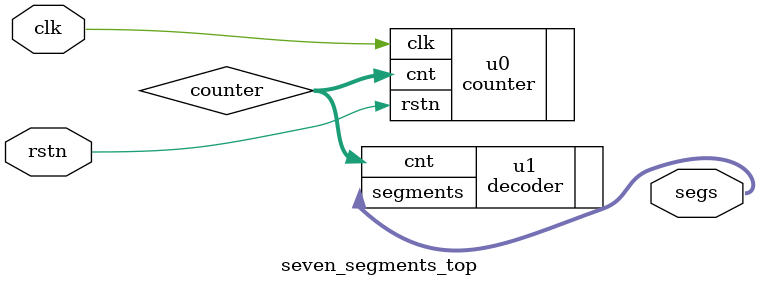
<source format=v>
/*
 *	7段共阴极数码管顶层模块
*/
module seven_segments_top(
	output [7:0]	segs,
	input			clk,
	input			rstn
);
	wire [3:0]	counter;
	
	counter u0(
		.cnt(counter),
		.clk(clk),
		.rstn(rstn)
	);
	
	decoder u1(
		.segments(segs),
		.cnt(counter)
	);
	
endmodule
</source>
